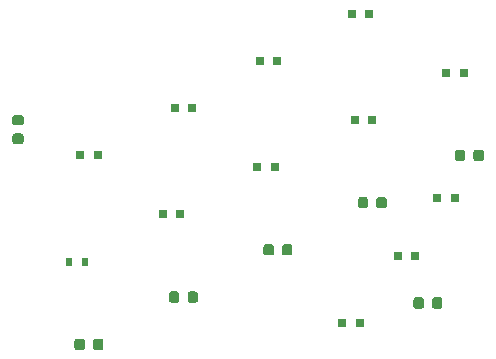
<source format=gtp>
G04 #@! TF.GenerationSoftware,KiCad,Pcbnew,(5.1.0-1548-g3fefe01d2)*
G04 #@! TF.CreationDate,2019-08-20T19:22:30-04:00*
G04 #@! TF.ProjectId,MotorcycleSpeedo,4d6f746f-7263-4796-936c-655370656564,rev?*
G04 #@! TF.SameCoordinates,Original*
G04 #@! TF.FileFunction,Paste,Top*
G04 #@! TF.FilePolarity,Positive*
%FSLAX46Y46*%
G04 Gerber Fmt 4.6, Leading zero omitted, Abs format (unit mm)*
G04 Created by KiCad (PCBNEW (5.1.0-1548-g3fefe01d2)) date 2019-08-20 19:22:30*
%MOMM*%
%LPD*%
G04 APERTURE LIST*
%ADD10C,0.100000*%
%ADD11C,0.875000*%
%ADD12R,0.800000X0.800000*%
%ADD13R,0.600000X0.800000*%
G04 APERTURE END LIST*
D10*
G36*
X97339962Y-87591651D02*
G01*
X97410930Y-87639070D01*
X97458349Y-87710038D01*
X97475000Y-87793750D01*
X97475000Y-88231250D01*
X97458349Y-88314962D01*
X97410930Y-88385930D01*
X97339962Y-88433349D01*
X97256250Y-88450000D01*
X96743750Y-88450000D01*
X96660038Y-88433349D01*
X96589070Y-88385930D01*
X96541651Y-88314962D01*
X96525000Y-88231250D01*
X96525000Y-87793750D01*
X96541651Y-87710038D01*
X96589070Y-87639070D01*
X96660038Y-87591651D01*
X96743750Y-87575000D01*
X97256250Y-87575000D01*
X97339962Y-87591651D01*
X97339962Y-87591651D01*
G37*
D11*
X97000000Y-88012500D03*
D10*
G36*
X97339962Y-89166651D02*
G01*
X97410930Y-89214070D01*
X97458349Y-89285038D01*
X97475000Y-89368750D01*
X97475000Y-89806250D01*
X97458349Y-89889962D01*
X97410930Y-89960930D01*
X97339962Y-90008349D01*
X97256250Y-90025000D01*
X96743750Y-90025000D01*
X96660038Y-90008349D01*
X96589070Y-89960930D01*
X96541651Y-89889962D01*
X96525000Y-89806250D01*
X96525000Y-89368750D01*
X96541651Y-89285038D01*
X96589070Y-89214070D01*
X96660038Y-89166651D01*
X96743750Y-89150000D01*
X97256250Y-89150000D01*
X97339962Y-89166651D01*
X97339962Y-89166651D01*
G37*
D11*
X97000000Y-89587500D03*
D10*
G36*
X132789962Y-103041651D02*
G01*
X132860930Y-103089070D01*
X132908349Y-103160038D01*
X132925000Y-103243750D01*
X132925000Y-103756250D01*
X132908349Y-103839962D01*
X132860930Y-103910930D01*
X132789962Y-103958349D01*
X132706250Y-103975000D01*
X132268750Y-103975000D01*
X132185038Y-103958349D01*
X132114070Y-103910930D01*
X132066651Y-103839962D01*
X132050000Y-103756250D01*
X132050000Y-103243750D01*
X132066651Y-103160038D01*
X132114070Y-103089070D01*
X132185038Y-103041651D01*
X132268750Y-103025000D01*
X132706250Y-103025000D01*
X132789962Y-103041651D01*
X132789962Y-103041651D01*
G37*
D11*
X132487500Y-103500000D03*
D10*
G36*
X131214962Y-103041651D02*
G01*
X131285930Y-103089070D01*
X131333349Y-103160038D01*
X131350000Y-103243750D01*
X131350000Y-103756250D01*
X131333349Y-103839962D01*
X131285930Y-103910930D01*
X131214962Y-103958349D01*
X131131250Y-103975000D01*
X130693750Y-103975000D01*
X130610038Y-103958349D01*
X130539070Y-103910930D01*
X130491651Y-103839962D01*
X130475000Y-103756250D01*
X130475000Y-103243750D01*
X130491651Y-103160038D01*
X130539070Y-103089070D01*
X130610038Y-103041651D01*
X130693750Y-103025000D01*
X131131250Y-103025000D01*
X131214962Y-103041651D01*
X131214962Y-103041651D01*
G37*
D11*
X130912500Y-103500000D03*
D12*
X134000000Y-94600000D03*
X132500000Y-94600000D03*
X130650000Y-99500000D03*
X129150000Y-99500000D03*
X125950000Y-105200000D03*
X124450000Y-105200000D03*
D10*
G36*
X136302462Y-90541651D02*
G01*
X136373430Y-90589070D01*
X136420849Y-90660038D01*
X136437500Y-90743750D01*
X136437500Y-91256250D01*
X136420849Y-91339962D01*
X136373430Y-91410930D01*
X136302462Y-91458349D01*
X136218750Y-91475000D01*
X135781250Y-91475000D01*
X135697538Y-91458349D01*
X135626570Y-91410930D01*
X135579151Y-91339962D01*
X135562500Y-91256250D01*
X135562500Y-90743750D01*
X135579151Y-90660038D01*
X135626570Y-90589070D01*
X135697538Y-90541651D01*
X135781250Y-90525000D01*
X136218750Y-90525000D01*
X136302462Y-90541651D01*
X136302462Y-90541651D01*
G37*
D11*
X136000000Y-91000000D03*
D10*
G36*
X134727462Y-90541651D02*
G01*
X134798430Y-90589070D01*
X134845849Y-90660038D01*
X134862500Y-90743750D01*
X134862500Y-91256250D01*
X134845849Y-91339962D01*
X134798430Y-91410930D01*
X134727462Y-91458349D01*
X134643750Y-91475000D01*
X134206250Y-91475000D01*
X134122538Y-91458349D01*
X134051570Y-91410930D01*
X134004151Y-91339962D01*
X133987500Y-91256250D01*
X133987500Y-90743750D01*
X134004151Y-90660038D01*
X134051570Y-90589070D01*
X134122538Y-90541651D01*
X134206250Y-90525000D01*
X134643750Y-90525000D01*
X134727462Y-90541651D01*
X134727462Y-90541651D01*
G37*
D11*
X134425000Y-91000000D03*
D10*
G36*
X128089962Y-94541651D02*
G01*
X128160930Y-94589070D01*
X128208349Y-94660038D01*
X128225000Y-94743750D01*
X128225000Y-95256250D01*
X128208349Y-95339962D01*
X128160930Y-95410930D01*
X128089962Y-95458349D01*
X128006250Y-95475000D01*
X127568750Y-95475000D01*
X127485038Y-95458349D01*
X127414070Y-95410930D01*
X127366651Y-95339962D01*
X127350000Y-95256250D01*
X127350000Y-94743750D01*
X127366651Y-94660038D01*
X127414070Y-94589070D01*
X127485038Y-94541651D01*
X127568750Y-94525000D01*
X128006250Y-94525000D01*
X128089962Y-94541651D01*
X128089962Y-94541651D01*
G37*
D11*
X127787500Y-95000000D03*
D10*
G36*
X126514962Y-94541651D02*
G01*
X126585930Y-94589070D01*
X126633349Y-94660038D01*
X126650000Y-94743750D01*
X126650000Y-95256250D01*
X126633349Y-95339962D01*
X126585930Y-95410930D01*
X126514962Y-95458349D01*
X126431250Y-95475000D01*
X125993750Y-95475000D01*
X125910038Y-95458349D01*
X125839070Y-95410930D01*
X125791651Y-95339962D01*
X125775000Y-95256250D01*
X125775000Y-94743750D01*
X125791651Y-94660038D01*
X125839070Y-94589070D01*
X125910038Y-94541651D01*
X125993750Y-94525000D01*
X126431250Y-94525000D01*
X126514962Y-94541651D01*
X126514962Y-94541651D01*
G37*
D11*
X126212500Y-95000000D03*
D10*
G36*
X120089962Y-98541651D02*
G01*
X120160930Y-98589070D01*
X120208349Y-98660038D01*
X120225000Y-98743750D01*
X120225000Y-99256250D01*
X120208349Y-99339962D01*
X120160930Y-99410930D01*
X120089962Y-99458349D01*
X120006250Y-99475000D01*
X119568750Y-99475000D01*
X119485038Y-99458349D01*
X119414070Y-99410930D01*
X119366651Y-99339962D01*
X119350000Y-99256250D01*
X119350000Y-98743750D01*
X119366651Y-98660038D01*
X119414070Y-98589070D01*
X119485038Y-98541651D01*
X119568750Y-98525000D01*
X120006250Y-98525000D01*
X120089962Y-98541651D01*
X120089962Y-98541651D01*
G37*
D11*
X119787500Y-99000000D03*
D10*
G36*
X118514962Y-98541651D02*
G01*
X118585930Y-98589070D01*
X118633349Y-98660038D01*
X118650000Y-98743750D01*
X118650000Y-99256250D01*
X118633349Y-99339962D01*
X118585930Y-99410930D01*
X118514962Y-99458349D01*
X118431250Y-99475000D01*
X117993750Y-99475000D01*
X117910038Y-99458349D01*
X117839070Y-99410930D01*
X117791651Y-99339962D01*
X117775000Y-99256250D01*
X117775000Y-98743750D01*
X117791651Y-98660038D01*
X117839070Y-98589070D01*
X117910038Y-98541651D01*
X117993750Y-98525000D01*
X118431250Y-98525000D01*
X118514962Y-98541651D01*
X118514962Y-98541651D01*
G37*
D11*
X118212500Y-99000000D03*
D10*
G36*
X112089962Y-102541651D02*
G01*
X112160930Y-102589070D01*
X112208349Y-102660038D01*
X112225000Y-102743750D01*
X112225000Y-103256250D01*
X112208349Y-103339962D01*
X112160930Y-103410930D01*
X112089962Y-103458349D01*
X112006250Y-103475000D01*
X111568750Y-103475000D01*
X111485038Y-103458349D01*
X111414070Y-103410930D01*
X111366651Y-103339962D01*
X111350000Y-103256250D01*
X111350000Y-102743750D01*
X111366651Y-102660038D01*
X111414070Y-102589070D01*
X111485038Y-102541651D01*
X111568750Y-102525000D01*
X112006250Y-102525000D01*
X112089962Y-102541651D01*
X112089962Y-102541651D01*
G37*
D11*
X111787500Y-103000000D03*
D10*
G36*
X110514962Y-102541651D02*
G01*
X110585930Y-102589070D01*
X110633349Y-102660038D01*
X110650000Y-102743750D01*
X110650000Y-103256250D01*
X110633349Y-103339962D01*
X110585930Y-103410930D01*
X110514962Y-103458349D01*
X110431250Y-103475000D01*
X109993750Y-103475000D01*
X109910038Y-103458349D01*
X109839070Y-103410930D01*
X109791651Y-103339962D01*
X109775000Y-103256250D01*
X109775000Y-102743750D01*
X109791651Y-102660038D01*
X109839070Y-102589070D01*
X109910038Y-102541651D01*
X109993750Y-102525000D01*
X110431250Y-102525000D01*
X110514962Y-102541651D01*
X110514962Y-102541651D01*
G37*
D11*
X110212500Y-103000000D03*
D10*
G36*
X104089962Y-106541651D02*
G01*
X104160930Y-106589070D01*
X104208349Y-106660038D01*
X104225000Y-106743750D01*
X104225000Y-107256250D01*
X104208349Y-107339962D01*
X104160930Y-107410930D01*
X104089962Y-107458349D01*
X104006250Y-107475000D01*
X103568750Y-107475000D01*
X103485038Y-107458349D01*
X103414070Y-107410930D01*
X103366651Y-107339962D01*
X103350000Y-107256250D01*
X103350000Y-106743750D01*
X103366651Y-106660038D01*
X103414070Y-106589070D01*
X103485038Y-106541651D01*
X103568750Y-106525000D01*
X104006250Y-106525000D01*
X104089962Y-106541651D01*
X104089962Y-106541651D01*
G37*
D11*
X103787500Y-107000000D03*
D10*
G36*
X102514962Y-106541651D02*
G01*
X102585930Y-106589070D01*
X102633349Y-106660038D01*
X102650000Y-106743750D01*
X102650000Y-107256250D01*
X102633349Y-107339962D01*
X102585930Y-107410930D01*
X102514962Y-107458349D01*
X102431250Y-107475000D01*
X101993750Y-107475000D01*
X101910038Y-107458349D01*
X101839070Y-107410930D01*
X101791651Y-107339962D01*
X101775000Y-107256250D01*
X101775000Y-106743750D01*
X101791651Y-106660038D01*
X101839070Y-106589070D01*
X101910038Y-106541651D01*
X101993750Y-106525000D01*
X102431250Y-106525000D01*
X102514962Y-106541651D01*
X102514962Y-106541651D01*
G37*
D11*
X102212500Y-107000000D03*
D12*
X134750000Y-84000000D03*
X133250000Y-84000000D03*
X126750000Y-79000000D03*
X125250000Y-79000000D03*
X127000000Y-88000000D03*
X125500000Y-88000000D03*
X118950000Y-83000000D03*
X117450000Y-83000000D03*
X118750000Y-92000000D03*
X117250000Y-92000000D03*
X111750000Y-87000000D03*
X110250000Y-87000000D03*
X103750000Y-91000000D03*
X102250000Y-91000000D03*
X110750000Y-96000000D03*
X109250000Y-96000000D03*
D13*
X101300000Y-100000000D03*
X102700000Y-100000000D03*
M02*

</source>
